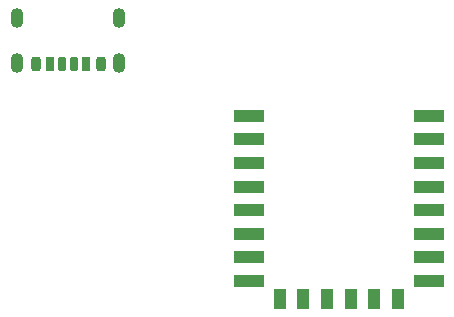
<source format=gtp>
G04 #@! TF.GenerationSoftware,KiCad,Pcbnew,8.0.3*
G04 #@! TF.CreationDate,2025-03-14T18:39:27+01:00*
G04 #@! TF.ProjectId,NIXIE_Sterownik,4e495849-455f-4537-9465-726f776e696b,rev?*
G04 #@! TF.SameCoordinates,Original*
G04 #@! TF.FileFunction,Paste,Top*
G04 #@! TF.FilePolarity,Positive*
%FSLAX46Y46*%
G04 Gerber Fmt 4.6, Leading zero omitted, Abs format (unit mm)*
G04 Created by KiCad (PCBNEW 8.0.3) date 2025-03-14 18:39:27*
%MOMM*%
%LPD*%
G01*
G04 APERTURE LIST*
G04 Aperture macros list*
%AMRoundRect*
0 Rectangle with rounded corners*
0 $1 Rounding radius*
0 $2 $3 $4 $5 $6 $7 $8 $9 X,Y pos of 4 corners*
0 Add a 4 corners polygon primitive as box body*
4,1,4,$2,$3,$4,$5,$6,$7,$8,$9,$2,$3,0*
0 Add four circle primitives for the rounded corners*
1,1,$1+$1,$2,$3*
1,1,$1+$1,$4,$5*
1,1,$1+$1,$6,$7*
1,1,$1+$1,$8,$9*
0 Add four rect primitives between the rounded corners*
20,1,$1+$1,$2,$3,$4,$5,0*
20,1,$1+$1,$4,$5,$6,$7,0*
20,1,$1+$1,$6,$7,$8,$9,0*
20,1,$1+$1,$8,$9,$2,$3,0*%
G04 Aperture macros list end*
%ADD10RoundRect,0.175000X0.175000X0.425000X-0.175000X0.425000X-0.175000X-0.425000X0.175000X-0.425000X0*%
%ADD11RoundRect,0.190000X-0.190000X-0.410000X0.190000X-0.410000X0.190000X0.410000X-0.190000X0.410000X0*%
%ADD12RoundRect,0.200000X-0.200000X-0.400000X0.200000X-0.400000X0.200000X0.400000X-0.200000X0.400000X0*%
%ADD13RoundRect,0.175000X-0.175000X-0.425000X0.175000X-0.425000X0.175000X0.425000X-0.175000X0.425000X0*%
%ADD14RoundRect,0.190000X0.190000X0.410000X-0.190000X0.410000X-0.190000X-0.410000X0.190000X-0.410000X0*%
%ADD15RoundRect,0.200000X0.200000X0.400000X-0.200000X0.400000X-0.200000X-0.400000X0.200000X-0.400000X0*%
%ADD16O,1.100000X1.700000*%
%ADD17R,2.500000X1.000000*%
%ADD18R,1.000000X1.800000*%
G04 APERTURE END LIST*
D10*
X99500000Y-60080000D03*
D11*
X97480000Y-60080000D03*
D12*
X96250000Y-60080000D03*
D13*
X98500000Y-60080000D03*
D14*
X100520000Y-60080000D03*
D15*
X101750000Y-60080000D03*
D16*
X103320000Y-60000000D03*
X103320000Y-56200000D03*
X94680000Y-60000000D03*
X94680000Y-56200000D03*
D17*
X114300000Y-64500000D03*
X114300000Y-66500000D03*
X114300000Y-68500000D03*
X114300000Y-70500000D03*
X114300000Y-72500000D03*
X114300000Y-74500000D03*
X114300000Y-76500000D03*
X114300000Y-78500000D03*
D18*
X116900000Y-80000000D03*
X118900000Y-80000000D03*
X120900000Y-80000000D03*
X122900000Y-80000000D03*
X124900000Y-80000000D03*
X126900000Y-80000000D03*
D17*
X129500000Y-78500000D03*
X129500000Y-76500000D03*
X129500000Y-74500000D03*
X129500000Y-72500000D03*
X129500000Y-70500000D03*
X129500000Y-68500000D03*
X129500000Y-66500000D03*
X129500000Y-64500000D03*
M02*

</source>
